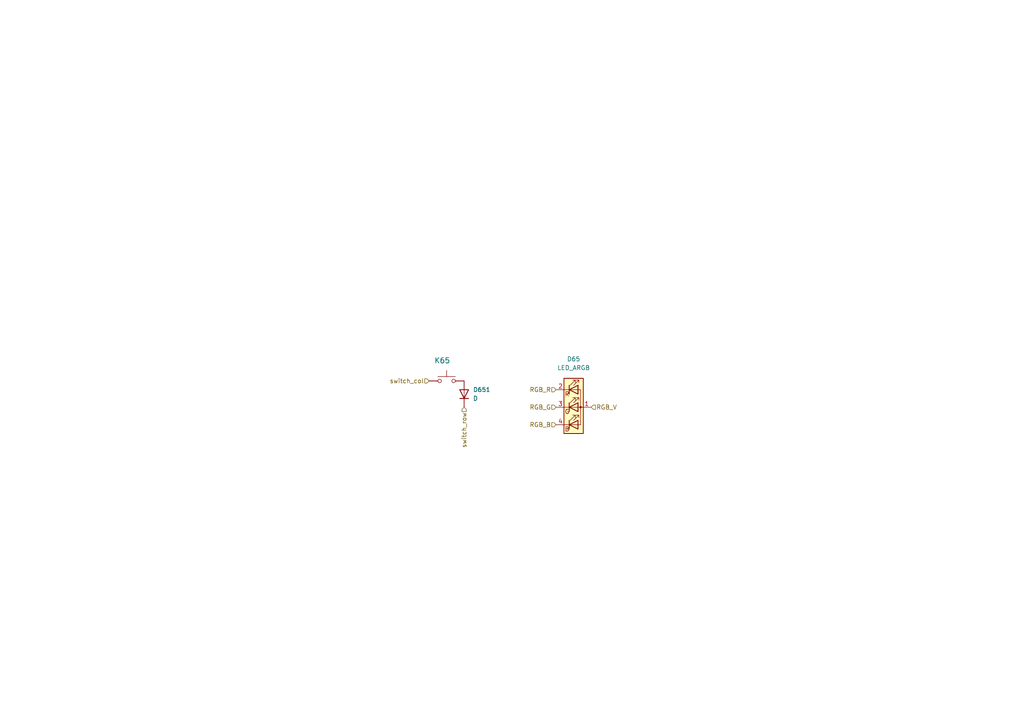
<source format=kicad_sch>
(kicad_sch (version 20250114) (generator "eeschema") (generator_version "9.0")
  (paper "A4")
  (lib_symbols
    (symbol "Device:D" (pin_numbers (hide yes)) (pin_names (offset 1.016) (hide yes))
      (property "Reference" "D" (at 0 2.54 0))
      (property "Value" "D" (at 0 -2.54 0))
      (symbol "D_0_1"
        (polyline (pts (xy -1.27 1.27) (xy -1.27 -1.27)) (stroke (width 0.254)))
        (polyline (pts (xy 1.27 1.27) (xy 1.27 -1.27) (xy -1.27 0) (xy 1.27 1.27)) (stroke (width 0.254)))
        (polyline (pts (xy 1.27 0) (xy -1.27 0)))
      )
      (symbol "D_1_1"
        (pin passive line (at -3.81 0 0) (length 2.54) (name "K") (number "1"))
        (pin passive line (at 3.81 0 180) (length 2.54) (name "A") (number "2"))
      )
    )
    (symbol "Device:LED_ARGB" (pin_names (offset 0) (hide yes))
      (property "Reference" "D" (at 0 9.398 0))
      (property "Value" "LED_ARGB" (at 0 -8.89 0))
      (symbol "LED_ARGB_0_0"
        (text "R" (at -1.905 3.81 0) (effects (font (size 1.27 1.27))))
        (text "G" (at -1.905 -1.27 0) (effects (font (size 1.27 1.27))))
        (text "B" (at -1.905 -6.35 0) (effects (font (size 1.27 1.27))))
      )
      (symbol "LED_ARGB_0_1"
        (polyline (pts (xy -1.27 6.35) (xy -1.27 3.81)) (stroke (width 0.254)))
        (polyline (pts (xy -1.27 6.35) (xy -1.27 3.81) (xy -1.27 3.81)))
        (polyline (pts (xy -1.27 5.08) (xy -2.54 5.08)))
        (polyline (pts (xy -1.27 5.08) (xy 1.27 5.08)))
        (polyline (pts (xy -1.27 1.27) (xy -1.27 -1.27)) (stroke (width 0.254)))
        (polyline (pts (xy -1.27 1.27) (xy -1.27 -1.27) (xy -1.27 -1.27)))
        (polyline (pts (xy -1.27 0) (xy -2.54 0)))
        (polyline (pts (xy -1.27 -3.81) (xy -1.27 -6.35)) (stroke (width 0.254)))
        (polyline (pts (xy -1.27 -5.08) (xy -2.54 -5.08)))
        (polyline (pts (xy -1.27 -5.08) (xy 1.27 -5.08)))
        (polyline (pts (xy -1.016 6.35) (xy 0.508 7.874) (xy -0.254 7.874) (xy 0.508 7.874) (xy 0.508 7.112)))
        (polyline (pts (xy -1.016 1.27) (xy 0.508 2.794) (xy -0.254 2.794) (xy 0.508 2.794) (xy 0.508 2.032)))
        (polyline (pts (xy -1.016 -3.81) (xy 0.508 -2.286) (xy -0.254 -2.286) (xy 0.508 -2.286) (xy 0.508 -3.048)))
        (polyline (pts (xy 0 6.35) (xy 1.524 7.874) (xy 0.762 7.874) (xy 1.524 7.874) (xy 1.524 7.112)))
        (polyline (pts (xy 0 1.27) (xy 1.524 2.794) (xy 0.762 2.794) (xy 1.524 2.794) (xy 1.524 2.032)))
        (polyline (pts (xy 0 -3.81) (xy 1.524 -2.286) (xy 0.762 -2.286) (xy 1.524 -2.286) (xy 1.524 -3.048)))
        (polyline (pts (xy 1.27 6.35) (xy 1.27 3.81) (xy -1.27 5.08) (xy 1.27 6.35)) (stroke (width 0.254)))
        (rectangle (start 1.27 6.35) (end 1.27 6.35))
        (rectangle (start 1.27 3.81) (end 1.27 6.35))
        (polyline (pts (xy 1.27 1.27) (xy 1.27 -1.27) (xy -1.27 0) (xy 1.27 1.27)) (stroke (width 0.254)))
        (rectangle (start 1.27 1.27) (end 1.27 1.27))
        (polyline (pts (xy 1.27 0) (xy -1.27 0)))
        (polyline (pts (xy 1.27 0) (xy 2.54 0)))
        (rectangle (start 1.27 -1.27) (end 1.27 1.27))
        (polyline (pts (xy 1.27 -3.81) (xy 1.27 -6.35) (xy -1.27 -5.08) (xy 1.27 -3.81)) (stroke (width 0.254)))
        (polyline (pts (xy 1.27 -5.08) (xy 2.032 -5.08) (xy 2.032 5.08) (xy 1.27 5.08)))
        (circle (center 2.032 0) (radius 0.254) (fill (type outline)))
        (rectangle (start 2.794 8.382) (end -2.794 -7.62) (stroke (width 0.254)) (fill (type background)))
      )
      (symbol "LED_ARGB_1_1"
        (pin passive line (at -5.08 5.08 0) (length 2.54) (name "RK") (number "2"))
        (pin passive line (at -5.08 0 0) (length 2.54) (name "GK") (number "3"))
        (pin passive line (at -5.08 -5.08 0) (length 2.54) (name "BK") (number "4"))
        (pin passive line (at 5.08 0 180) (length 2.54) (name "A") (number "1"))
      )
    )
    (symbol "Switch:SW_Push" (pin_numbers (hide yes)) (pin_names (offset 1.016) (hide yes))
      (property "Reference" "SW" (at 1.27 2.54 0))
      (property "Value" "SW_Push" (at 0 -1.524 0))
      (symbol "SW_Push_0_1"
        (circle (center -2.032 0) (radius 0.508))
        (polyline (pts (xy 0 1.27) (xy 0 3.048)))
        (circle (center 2.032 0) (radius 0.508))
        (polyline (pts (xy 2.54 1.27) (xy -2.54 1.27)))
        (pin passive line (at -5.08 0 0) (length 2.54) (name "1") (number "1"))
        (pin passive line (at 5.08 0 180) (length 2.54) (name "2") (number "2"))
      )
    )
  )
  (hierarchical_label "RGB_B" (shape input) (at 161.29 123.19 180))
  (hierarchical_label "switch_row" (shape input) (at 134.62 118.11 270))
  (hierarchical_label "RGB_G" (shape input) (at 161.29 118.11 180))
  (hierarchical_label "RGB_R" (shape input) (at 161.29 113.03 180))
  (hierarchical_label "RGB_V" (shape input) (at 171.45 118.11 0))
  (hierarchical_label "switch_col" (shape input) (at 124.46 110.49 180))
  (symbol (lib_id "Device:LED_ARGB") (at 166.37 118.11 0) (unit 1)
    (property "Reference" "D65" (at 166.37 104.14 0))
    (property "Value" "LED_ARGB" (at 166.37 106.68 0))
    (property "Footprint" "vladkvit_keyb:MX_RGB" (effects (hide yes)))
    (property "Description" "RGB LED, anode/red/green/blue, Any of: QBLP677R-RGB  T36K3BGR-05D000121U1930  IN-P32TRRRGB" (effects (hide yes)))
    (property "LCSC" "C6958246" (effects (hide yes)))
    (instances (project "ortho_half" (path "" (reference "D65") (unit 1)) (path "" (reference "D66") (unit 1))))
  )
  (symbol (lib_id "Switch:SW_Push") (at 129.54 110.49 0) (unit 1)
    (property "Reference" "K65" (at 128.27 104.5718 0) (effects (font (size 1.524 1.524))))
    (property "Value" "KEYSW" (effects (hide yes)))
    (property "Footprint" "vladkvit_keyb:MX_switch_hotswap_200" (effects (hide yes)))
    (property "Description" "Hot swap socket, CPG151101S11 or similar, C5156480 or C5184526" (effects (hide yes)))
    (property "LCSC" "C5156480" (effects (hide yes)))
    (instances (project "ortho_half" (path "" (reference "K65") (unit 1)) (path "" (reference "K66") (unit 1))))
  )
  (symbol (lib_id "Device:D") (at 134.62 114.3 90) (unit 1)
    (property "Reference" "D651" (at 137.16 113.0299 90) (effects (justify right)))
    (property "Value" "D" (at 137.16 115.5699 90) (effects (justify right)))
    (property "Footprint" "Diode_SMD:D_SOD-123" (effects (hide yes)))
    (property "Description" "Diode, Any 1N4148" (effects (hide yes)))
    (property "Sim.Device" "D" (effects (hide yes)))
    (property "Sim.Pins" "1=K 2=A" (effects (hide yes)))
    (property "LCSC" "C77978" (effects (hide yes)))
    (instances (project "ortho_half" (path "" (reference "D651") (unit 1)) (path "" (reference "D661") (unit 1))))
  )
)
</source>
